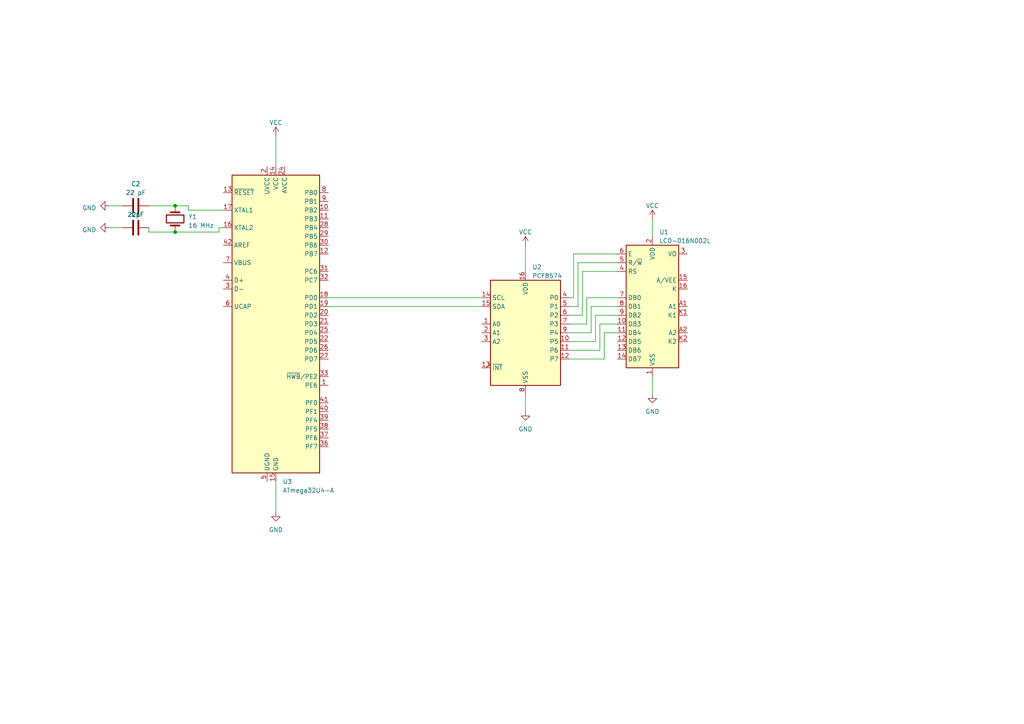
<source format=kicad_sch>
(kicad_sch (version 20230121) (generator eeschema)
  (paper "A4")
  (title_block (title "server_lcd-display") (date "2023-05-27") (rev "R1") (company "Sebastian Sebidev Bürger") (comment 1 "https://github.com/Sebidev/server_lcd-display"))
  (lib_symbols
    (symbol "Device:C" (pin_numbers hide) (pin_names (offset 0.254))
      (property "Reference" "C" (at 0.635 2.54 0))
      (property "Value" "C" (at 0.635 -2.54 0))
      (symbol "C_0_1"
        (polyline (pts (xy -2.032 -0.762) (xy 2.032 -0.762)) (stroke (width 0.508)))
        (polyline (pts (xy -2.032 0.762) (xy 2.032 0.762)) (stroke (width 0.508)))
      )
      (symbol "C_1_1"
        (pin passive line (at 0 3.81 270) (length 2.794) (name "~") (number "1"))
        (pin passive line (at 0 -3.81 90) (length 2.794) (name "~") (number "2"))
      )
    )
    (symbol "Device:Crystal" (pin_numbers hide) (pin_names (offset 1.016) hide)
      (property "Reference" "Y" (at 0 3.81 0))
      (property "Value" "Crystal" (at 0 -3.81 0))
      (symbol "Crystal_0_1"
        (rectangle (start -1.143 2.54) (end 1.143 -2.54) (stroke (width 0.3048)))
        (polyline (pts (xy -2.54 0) (xy -1.905 0)))
        (polyline (pts (xy -1.905 -1.27) (xy -1.905 1.27)) (stroke (width 0.508)))
        (polyline (pts (xy 1.905 -1.27) (xy 1.905 1.27)) (stroke (width 0.508)))
        (polyline (pts (xy 2.54 0) (xy 1.905 0)))
      )
      (symbol "Crystal_1_1"
        (pin passive line (at -3.81 0 0) (length 1.27) (name "1") (number "1"))
        (pin passive line (at 3.81 0 180) (length 1.27) (name "2") (number "2"))
      )
    )
    (symbol "Display_Character:LCD-016N002L"
      (property "Reference" "U" (at -6.35 18.796 0))
      (property "Value" "LCD-016N002L" (at 8.636 18.796 0))
      (symbol "LCD-016N002L_1_1"
        (rectangle (start -7.62 17.78) (end 7.62 -17.78) (stroke (width 0.254)) (fill (type background)))
        (pin power_in line (at 0 -20.32 90) (length 2.54) (name "VSS") (number "1"))
        (pin bidirectional line (at -10.16 -5.08 0) (length 2.54) (name "DB3") (number "10"))
        (pin bidirectional line (at -10.16 -7.62 0) (length 2.54) (name "DB4") (number "11"))
        (pin bidirectional line (at -10.16 -10.16 0) (length 2.54) (name "DB5") (number "12"))
        (pin bidirectional line (at -10.16 -12.7 0) (length 2.54) (name "DB6") (number "13"))
        (pin bidirectional line (at -10.16 -15.24 0) (length 2.54) (name "DB7") (number "14"))
        (pin power_in line (at 10.16 7.62 180) (length 2.54) (name "A/VEE") (number "15"))
        (pin power_in line (at 10.16 5.08 180) (length 2.54) (name "K") (number "16"))
        (pin power_in line (at 0 20.32 270) (length 2.54) (name "VDD") (number "2"))
        (pin input line (at 10.16 15.24 180) (length 2.54) (name "VO") (number "3"))
        (pin input line (at -10.16 10.16 0) (length 2.54) (name "RS") (number "4"))
        (pin input line (at -10.16 12.7 0) (length 2.54) (name "R/~{W}") (number "5"))
        (pin input line (at -10.16 15.24 0) (length 2.54) (name "E") (number "6"))
        (pin bidirectional line (at -10.16 2.54 0) (length 2.54) (name "DB0") (number "7"))
        (pin bidirectional line (at -10.16 0 0) (length 2.54) (name "DB1") (number "8"))
        (pin bidirectional line (at -10.16 -2.54 0) (length 2.54) (name "DB2") (number "9"))
        (pin power_in line (at 10.16 0 180) (length 2.54) (name "A1") (number "A1"))
        (pin power_in line (at 10.16 -7.62 180) (length 2.54) (name "A2") (number "A2"))
        (pin power_in line (at 10.16 -2.54 180) (length 2.54) (name "K1") (number "K1"))
        (pin power_in line (at 10.16 -10.16 180) (length 2.54) (name "K2") (number "K2"))
      )
    )
    (symbol "Interface_Expansion:PCF8574"
      (property "Reference" "U" (at -8.89 16.51 0))
      (property "Value" "PCF8574" (at 2.54 16.51 0))
      (symbol "PCF8574_0_1"
        (rectangle (start -10.16 15.24) (end 10.16 -15.24) (stroke (width 0.254)) (fill (type background)))
      )
      (symbol "PCF8574_1_1"
        (pin input line (at -12.7 2.54 0) (length 2.54) (name "A0") (number "1"))
        (pin bidirectional line (at 12.7 -2.54 180) (length 2.54) (name "P5") (number "10"))
        (pin bidirectional line (at 12.7 -5.08 180) (length 2.54) (name "P6") (number "11"))
        (pin bidirectional line (at 12.7 -7.62 180) (length 2.54) (name "P7") (number "12"))
        (pin open_collector output_low (at -12.7 -10.16 0) (length 2.54) (name "~{INT}") (number "13"))
        (pin input line (at -12.7 10.16 0) (length 2.54) (name "SCL") (number "14"))
        (pin bidirectional line (at -12.7 7.62 0) (length 2.54) (name "SDA") (number "15"))
        (pin power_in line (at 0 17.78 270) (length 2.54) (name "VDD") (number "16"))
        (pin input line (at -12.7 0 0) (length 2.54) (name "A1") (number "2"))
        (pin input line (at -12.7 -2.54 0) (length 2.54) (name "A2") (number "3"))
        (pin bidirectional line (at 12.7 10.16 180) (length 2.54) (name "P0") (number "4"))
        (pin bidirectional line (at 12.7 7.62 180) (length 2.54) (name "P1") (number "5"))
        (pin bidirectional line (at 12.7 5.08 180) (length 2.54) (name "P2") (number "6"))
        (pin bidirectional line (at 12.7 2.54 180) (length 2.54) (name "P3") (number "7"))
        (pin power_in line (at 0 -17.78 90) (length 2.54) (name "VSS") (number "8"))
        (pin bidirectional line (at 12.7 0 180) (length 2.54) (name "P4") (number "9"))
      )
    )
    (symbol "MCU_Microchip_ATmega:ATmega32U4-A"
      (property "Reference" "U" (at -12.7 44.45 0))
      (property "Value" "ATmega32U4-A" (at 2.54 -44.45 0))
      (symbol "ATmega32U4-A_0_1"
        (rectangle (start -12.7 -43.18) (end 12.7 43.18) (stroke (width 0.254)) (fill (type background)))
      )
      (symbol "ATmega32U4-A_1_1"
        (pin bidirectional line (at 15.24 -17.78 180) (length 2.54) (name "PE6") (number "1"))
        (pin bidirectional line (at 15.24 33.02 180) (length 2.54) (name "PB2") (number "10"))
        (pin bidirectional line (at 15.24 30.48 180) (length 2.54) (name "PB3") (number "11"))
        (pin bidirectional line (at 15.24 20.32 180) (length 2.54) (name "PB7") (number "12"))
        (pin input line (at -15.24 38.1 0) (length 2.54) (name "~{RESET}") (number "13"))
        (pin power_in line (at 0 45.72 270) (length 2.54) (name "VCC") (number "14"))
        (pin power_in line (at 0 -45.72 90) (length 2.54) (name "GND") (number "15"))
        (pin output line (at -15.24 27.94 0) (length 2.54) (name "XTAL2") (number "16"))
        (pin input line (at -15.24 33.02 0) (length 2.54) (name "XTAL1") (number "17"))
        (pin bidirectional line (at 15.24 7.62 180) (length 2.54) (name "PD0") (number "18"))
        (pin bidirectional line (at 15.24 5.08 180) (length 2.54) (name "PD1") (number "19"))
        (pin power_in line (at -2.54 45.72 270) (length 2.54) (name "UVCC") (number "2"))
        (pin bidirectional line (at 15.24 2.54 180) (length 2.54) (name "PD2") (number "20"))
        (pin bidirectional line (at 15.24 0 180) (length 2.54) (name "PD3") (number "21"))
        (pin bidirectional line (at 15.24 -5.08 180) (length 2.54) (name "PD5") (number "22"))
        (pin passive line (at 0 -45.72 90) (length 2.54) hide (name "GND") (number "23"))
        (pin power_in line (at 2.54 45.72 270) (length 2.54) (name "AVCC") (number "24"))
        (pin bidirectional line (at 15.24 -2.54 180) (length 2.54) (name "PD4") (number "25"))
        (pin bidirectional line (at 15.24 -7.62 180) (length 2.54) (name "PD6") (number "26"))
        (pin bidirectional line (at 15.24 -10.16 180) (length 2.54) (name "PD7") (number "27"))
        (pin bidirectional line (at 15.24 27.94 180) (length 2.54) (name "PB4") (number "28"))
        (pin bidirectional line (at 15.24 25.4 180) (length 2.54) (name "PB5") (number "29"))
        (pin bidirectional line (at -15.24 10.16 0) (length 2.54) (name "D-") (number "3"))
        (pin bidirectional line (at 15.24 22.86 180) (length 2.54) (name "PB6") (number "30"))
        (pin bidirectional line (at 15.24 15.24 180) (length 2.54) (name "PC6") (number "31"))
        (pin bidirectional line (at 15.24 12.7 180) (length 2.54) (name "PC7") (number "32"))
        (pin bidirectional line (at 15.24 -15.24 180) (length 2.54) (name "~{HWB}/PE2") (number "33"))
        (pin passive line (at 0 45.72 270) (length 2.54) hide (name "VCC") (number "34"))
        (pin passive line (at 0 -45.72 90) (length 2.54) hide (name "GND") (number "35"))
        (pin bidirectional line (at 15.24 -35.56 180) (length 2.54) (name "PF7") (number "36"))
        (pin bidirectional line (at 15.24 -33.02 180) (length 2.54) (name "PF6") (number "37"))
        (pin bidirectional line (at 15.24 -30.48 180) (length 2.54) (name "PF5") (number "38"))
        (pin bidirectional line (at 15.24 -27.94 180) (length 2.54) (name "PF4") (number "39"))
        (pin bidirectional line (at -15.24 12.7 0) (length 2.54) (name "D+") (number "4"))
        (pin bidirectional line (at 15.24 -25.4 180) (length 2.54) (name "PF1") (number "40"))
        (pin bidirectional line (at 15.24 -22.86 180) (length 2.54) (name "PF0") (number "41"))
        (pin passive line (at -15.24 22.86 0) (length 2.54) (name "AREF") (number "42"))
        (pin passive line (at 0 -45.72 90) (length 2.54) hide (name "GND") (number "43"))
        (pin passive line (at 2.54 45.72 270) (length 2.54) hide (name "AVCC") (number "44"))
        (pin passive line (at -2.54 -45.72 90) (length 2.54) (name "UGND") (number "5"))
        (pin passive line (at -15.24 5.08 0) (length 2.54) (name "UCAP") (number "6"))
        (pin input line (at -15.24 17.78 0) (length 2.54) (name "VBUS") (number "7"))
        (pin bidirectional line (at 15.24 38.1 180) (length 2.54) (name "PB0") (number "8"))
        (pin bidirectional line (at 15.24 35.56 180) (length 2.54) (name "PB1") (number "9"))
      )
    )
    (symbol "power:GND" (power) (pin_names (offset 0))
      (property "Value" "GND" (at 0 -3.81 0))
      (symbol "GND_0_1"
        (polyline (pts (xy 0 0) (xy 0 -1.27) (xy 1.27 -1.27) (xy 0 -2.54) (xy -1.27 -1.27) (xy 0 -1.27)))
      )
      (symbol "GND_1_1"
        (pin power_in line (at 0 0 270) (length 0) hide (name "GND") (number "1"))
      )
    )
    (symbol "power:VCC" (power) (pin_names (offset 0))
      (property "Value" "VCC" (at 0 3.81 0))
      (symbol "VCC_0_1"
        (polyline (pts (xy -0.762 1.27) (xy 0 2.54)))
        (polyline (pts (xy 0 0) (xy 0 2.54)))
        (polyline (pts (xy 0 2.54) (xy 0.762 1.27)))
      )
      (symbol "VCC_1_1"
        (pin power_in line (at 0 0 90) (length 0) hide (name "VCC") (number "1"))
      )
    )
  )
  (junction (at 50.8 67.31))
  (junction (at 50.8 59.69))
  (wire (pts (xy 80.01 39.37) (xy 80.01 48.26)))
  (wire (pts (xy 95.25 88.9) (xy 139.7 88.9)))
  (wire (pts (xy 43.18 67.31) (xy 43.18 66.04)))
  (wire (pts (xy 166.37 86.36) (xy 166.37 73.66)))
  (wire (pts (xy 50.8 67.31) (xy 43.18 67.31)))
  (wire (pts (xy 189.23 109.22) (xy 189.23 114.3)))
  (wire (pts (xy 167.64 76.2) (xy 179.07 76.2)))
  (wire (pts (xy 170.18 86.36) (xy 179.07 86.36)))
  (wire (pts (xy 165.1 101.6) (xy 173.99 101.6)))
  (wire (pts (xy 173.99 93.98) (xy 179.07 93.98)))
  (wire (pts (xy 95.25 86.36) (xy 139.7 86.36)))
  (wire (pts (xy 166.37 73.66) (xy 179.07 73.66)))
  (wire (pts (xy 189.23 63.5) (xy 189.23 68.58)))
  (wire (pts (xy 64.77 66.04) (xy 63.5 66.04)))
  (wire (pts (xy 152.4 71.12) (xy 152.4 78.74)))
  (wire (pts (xy 43.18 59.69) (xy 50.8 59.69)))
  (wire (pts (xy 50.8 59.69) (xy 54.61 59.69)))
  (wire (pts (xy 63.5 66.04) (xy 63.5 67.31)))
  (wire (pts (xy 165.1 93.98) (xy 170.18 93.98)))
  (wire (pts (xy 54.61 60.96) (xy 54.61 59.69)))
  (wire (pts (xy 63.5 67.31) (xy 50.8 67.31)))
  (wire (pts (xy 165.1 99.06) (xy 172.72 99.06)))
  (wire (pts (xy 165.1 104.14) (xy 175.26 104.14)))
  (wire (pts (xy 152.4 114.3) (xy 152.4 119.38)))
  (wire (pts (xy 80.01 139.7) (xy 80.01 148.59)))
  (wire (pts (xy 170.18 93.98) (xy 170.18 86.36)))
  (wire (pts (xy 171.45 96.52) (xy 171.45 88.9)))
  (wire (pts (xy 173.99 101.6) (xy 173.99 93.98)))
  (wire (pts (xy 167.64 88.9) (xy 167.64 76.2)))
  (wire (pts (xy 165.1 91.44) (xy 168.91 91.44)))
  (wire (pts (xy 165.1 96.52) (xy 171.45 96.52)))
  (wire (pts (xy 168.91 91.44) (xy 168.91 78.74)))
  (wire (pts (xy 171.45 88.9) (xy 179.07 88.9)))
  (wire (pts (xy 31.75 66.04) (xy 35.56 66.04)))
  (wire (pts (xy 165.1 86.36) (xy 166.37 86.36)))
  (wire (pts (xy 175.26 96.52) (xy 179.07 96.52)))
  (wire (pts (xy 31.75 59.69) (xy 35.56 59.69)))
  (wire (pts (xy 64.77 60.96) (xy 54.61 60.96)))
  (wire (pts (xy 172.72 99.06) (xy 172.72 91.44)))
  (wire (pts (xy 168.91 78.74) (xy 179.07 78.74)))
  (wire (pts (xy 175.26 104.14) (xy 175.26 96.52)))
  (wire (pts (xy 165.1 88.9) (xy 167.64 88.9)))
  (wire (pts (xy 172.72 91.44) (xy 179.07 91.44)))
  (symbol (lib_id "Display_Character:LCD-016N002L") (at 189.23 88.9 0) (unit 1)
    (property "Reference" "U1" (at 191.1859 67.31 0) (effects (justify left)))
    (property "Value" "LCD-016N002L" (at 191.1859 69.85 0) (effects (justify left)))
    (property "Footprint" "Display:LCD-016N002L" (effects hide))
    (property "Datasheet" "http://www.vishay.com/docs/37299/37299.pdf" (effects hide))
  )
  (symbol (lib_id "power:GND") (at 31.75 66.04 270) (unit 1)
    (property "Reference" "#PWR01" (effects hide))
    (property "Value" "GND" (at 27.94 66.675 90) (effects (justify right)))
  )
  (symbol (lib_id "Device:C") (at 39.37 66.04 90) (unit 1)
    (property "Reference" "C1" (at 39.37 62.23 90))
    (property "Value" "22pF" (at 39.37 62.23 90))
  )
  (symbol (lib_id "power:GND") (at 152.4 119.38 0) (unit 1)
    (property "Reference" "#PWR04" (effects hide))
    (property "Value" "GND" (at 152.4 124.46 0))
  )
  (symbol (lib_id "power:VCC") (at 189.23 63.5 0) (unit 1)
    (property "Reference" "#PWR06" (effects hide))
    (property "Value" "VCC" (at 189.23 59.69 0))
  )
  (symbol (lib_id "Device:Crystal") (at 50.8 63.5 90) (unit 1)
    (property "Reference" "Y1" (at 54.61 62.865 90) (effects (justify right)))
    (property "Value" "16 MHz" (at 54.61 65.405 90) (effects (justify right)))
  )
  (symbol (lib_id "power:VCC") (at 80.01 39.37 0) (unit 1)
    (property "Reference" "5V" (effects hide))
    (property "Value" "VCC" (at 80.01 35.56 0))
  )
  (symbol (lib_id "power:GND") (at 31.75 59.69 270) (unit 1)
    (property "Reference" "#PWR02" (effects hide))
    (property "Value" "GND" (at 27.94 60.325 90) (effects (justify right)))
  )
  (symbol (lib_id "power:GND") (at 80.01 148.59 0) (unit 1)
    (property "Reference" "#PWR03" (effects hide))
    (property "Value" "GND" (at 80.01 153.67 0))
  )
  (symbol (lib_id "Device:C") (at 39.37 59.69 90) (unit 1)
    (property "Reference" "C2" (at 39.37 53.34 90))
    (property "Value" "22 pF" (at 39.37 55.88 90))
  )
  (symbol (lib_id "MCU_Microchip_ATmega:ATmega32U4-A") (at 80.01 93.98 0) (unit 1)
    (property "Reference" "U3" (at 81.9659 139.7 0) (effects (justify left)))
    (property "Value" "ATmega32U4-A" (at 81.9659 142.24 0) (effects (justify left)))
    (property "Footprint" "Package_QFP:TQFP-44_10x10mm_P0.8mm" (effects hide))
    (property "Datasheet" "http://ww1.microchip.com/downloads/en/DeviceDoc/Atmel-7766-8-bit-AVR-ATmega16U4-32U4_Datasheet.pdf" (effects hide))
  )
  (symbol (lib_id "power:VCC") (at 152.4 71.12 0) (unit 1)
    (property "Reference" "#PWR05" (effects hide))
    (property "Value" "VCC" (at 152.4 67.31 0))
  )
  (symbol (lib_id "power:GND") (at 189.23 114.3 0) (unit 1)
    (property "Reference" "#PWR07" (effects hide))
    (property "Value" "GND" (at 189.23 119.38 0))
  )
  (symbol (lib_id "Interface_Expansion:PCF8574") (at 152.4 96.52 0) (unit 1)
    (property "Reference" "U2" (at 154.3559 77.47 0) (effects (justify left)))
    (property "Value" "PCF8574" (at 154.3559 80.01 0) (effects (justify left)))
    (property "Datasheet" "http://www.nxp.com/documents/data_sheet/PCF8574_PCF8574A.pdf" (effects hide))
  )
)
</source>
